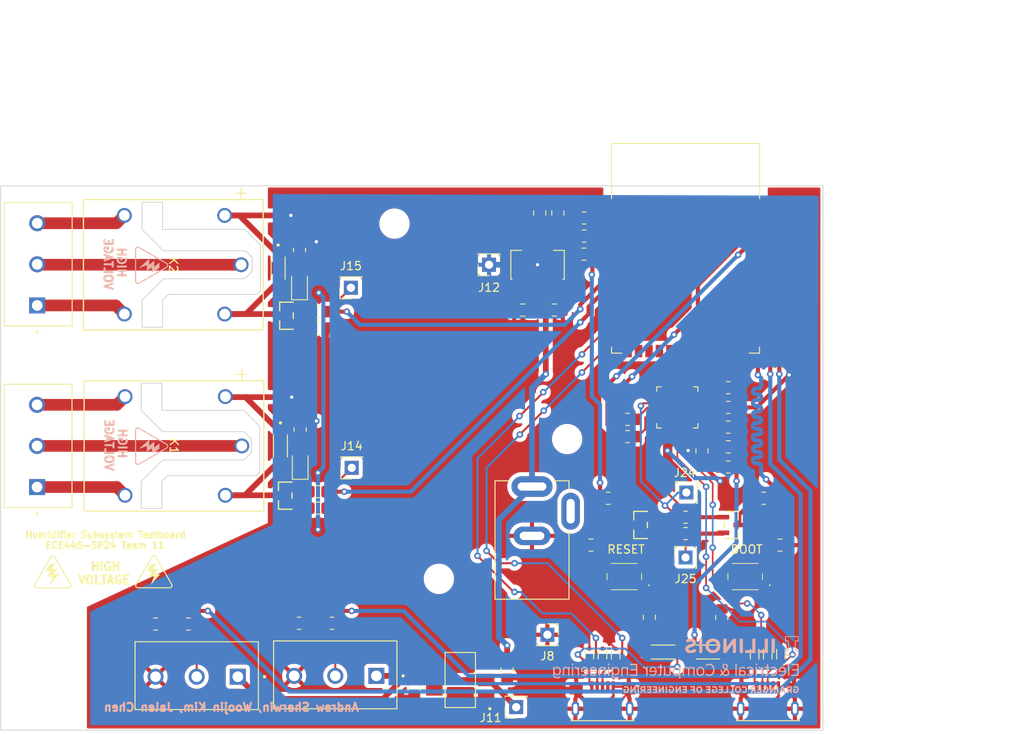
<source format=kicad_pcb>
(kicad_pcb (version 20221018) (generator pcbnew)
  (layers (0 "F.Cu" signal) (31 "B.Cu" signal) (34 "B.Paste" user) (35 "F.Paste" user) (36 "B.SilkS" user "B.Silkscreen") (37 "F.SilkS" user "F.Silkscreen") (38 "B.Mask" user) (39 "F.Mask" user) (44 "Edge.Cuts" user))
  (net 0 "")
  (net 1 "+12V")
  (net 2 "GND")
  (net 3 "+3.3V")
  (net 4 "Net-(C6-Pad1)")
  (net 5 "Net-(C7-Pad1)")
  (net 6 "Net-(U4-VBUS)")
  (net 7 "CHIP_PU")
  (net 8 "IO0")
  (net 9 "USB_DP")
  (net 10 "USB_DN")
  (net 11 "IO20")
  (net 12 "IO19")
  (net 13 "VBUS")
  (net 17 "Net-(U4-~{RST})")
  (net 18 "Net-(U4-~{SUSPEND})")
  (net 19 "Net-(U4-TXD)")
  (net 20 "U0RXD")
  (net 21 "Net-(U4-RXD)")
  (net 22 "U0TXD")
  (net 23 "DTR")
  (net 24 "Net-(U5-BASE)")
  (net 25 "RTS")
  (net 26 "Net-(U6-BASE)")
  (net 27 "Net-(U5-COLLECTOR)")
  (net 28 "Net-(U6-COLLECTOR)")
  (net 29 "ESP_3V3")
  (net 45 "+5V")
  (net 46 "Net-(D10-K)")
  (net 53 "Net-(D10-A)")
  (net 54 "Net-(D12-K)")
  (net 79 "Net-(D12-A)")
  (net 80 "Net-(J4-Pin_2)")
  (net 81 "Net-(J5-Pin_2)")
  (net 82 "Fan_B")
  (net 83 "COM_Main")
  (net 84 "Fan_A")
  (net 85 "Fan_B_DC")
  (net 86 "COM_Main_DC")
  (net 87 "Fan_A_DC")
  (net 88 "Relay_Signal_ACDC")
  (net 89 "Net-(U7-BASE)")
  (net 90 "Net-(U1-IO35)")
  (net 91 "Net-(U1-IO36)")
  (net 92 "Net-(U10-BASE)")
  (net 95 "Relay_Signal_DCDC")
  (footprint "ECE445:1935174" (layer "F.Cu") (at 91.9 115.15 180)
    (fp_text reference "J4" hide)
    (fp_text value "Water Level Sensor")
  )
  (footprint "Resistor_SMD:R_0805_2012Metric_Pad1.20x1.40mm_HandSolder" (layer "F.Cu") (at 119.95 90.3 180)
    (fp_text reference "R7" hide)
    (fp_text value "0" hide)
  )
  (footprint "ECE445:SOT-23_ONS" (layer "F.Cu") (at 121.5348 101.0475 90)
    (fp_text reference "U5" hide)
    (fp_text value "L8050QLT1G" hide)
  )
  (footprint "Capacitor_SMD:C_0805_2012Metric_Pad1.18x1.45mm_HandSolder" (layer "F.Cu") (at 129 92.0375 -90)
    (fp_text reference "C8" hide)
    (fp_text value "10uF" hide)
  )
  (footprint "Resistor_SMD:R_0805_2012Metric_Pad1.20x1.40mm_HandSolder" (layer "F.Cu") (at 132.2 89.15 180)
    (fp_text reference "R6" hide)
    (fp_text value "47500" hide)
  )
  (footprint "Connector_PinSocket_2.54mm:PinSocket_1x01_P2.54mm_Vertical" (layer "F.Cu") (at 127 105 90)
    (fp_text reference "J25")
    (fp_text value "Conn_01x01" hide)
  )
  (footprint "ECE445:SOT-23_ONS" (layer "F.Cu") (at 132.5652 101.0475 -90)
    (fp_text reference "U6" hide)
    (fp_text value "L8050QLT1G" hide)
  )
  (footprint "ECE445:1935174" (layer "F.Cu") (at 75.0475 115.25 180)
    (fp_text reference "J5" hide)
    (fp_text value "Water Level Sensor")
  )
  (footprint "ECE445:1N4148W-13-F" (layer "F.Cu") (at 77.450002 69.8 -90)
    (fp_text reference "D11" hide)
    (fp_text value "1N4148W-13-F" hide)
  )
  (footprint "ECE445:LDL1117S50R" (layer "F.Cu") (at 99.6 119.9 90)
    (fp_text reference "U3" hide)
    (fp_text value "LDL1117S50R" hide)
  )
  (footprint "Resistor_SMD:R_0805_2012Metric_Pad1.20x1.40mm_HandSolder" (layer "F.Cu") (at 114.665 63.71 180)
    (fp_text reference "R13" hide)
    (fp_text value "0" hide)
  )
  (footprint "ECE445:PTS815 SJG 250 SMTR LFS" (layer "F.Cu") (at 134.25 107.325 180)
    (fp_text reference "S1" hide)
    (fp_text value "PTS815_SJG_250_SMTR_LFS" hide)
  )
  (footprint "Capacitor_SMD:C_0805_2012Metric_Pad1.18x1.45mm_HandSolder" (layer "F.Cu") (at 111.04 74.91)
    (fp_text reference "C1" hide)
    (fp_text value "1uF" hide)
  )
  (footprint "Resistor_SMD:R_0805_2012Metric_Pad1.20x1.40mm_HandSolder" (layer "F.Cu") (at 82.3 99)
    (fp_text reference "R1" hide)
    (fp_text value "10000" hide)
  )
  (footprint "Capacitor_SMD:C_0805_2012Metric_Pad1.18x1.45mm_HandSolder" (layer "F.Cu") (at 114.6275 68.11 180)
    (fp_text reference "C10" hide)
    (fp_text value "1uF" hide)
  )
  (footprint "Capacitor_SMD:C_0805_2012Metric_Pad1.18x1.45mm_HandSolder" (layer "F.Cu") (at 107.2025 74.91 180)
    (fp_text reference "C2" hide)
    (fp_text value "4.7uF" hide)
  )
  (footprint "ECE445:LESD5D5_0CT1G" (layer "F.Cu") (at 138.6 116.76 -90)
    (fp_text reference "D1" hide)
    (fp_text value "LESD5D5.0CT1G" hide)
  )
  (footprint "Resistor_SMD:R_0805_2012Metric_Pad1.20x1.40mm_HandSolder" (layer "F.Cu") (at 62.5475 113.1 180)
    (fp_text reference "R18" hide)
    (fp_text value "200" hide)
  )
  (footprint "Resistor_SMD:R_0805_2012Metric_Pad1.20x1.40mm_HandSolder" (layer "F.Cu") (at 132.2 86.75 180)
    (fp_text reference "R3" hide)
    (fp_text value "1000" hide)
  )
  (footprint "ECE445:ElectricalHazard" (layer "F.Cu") (at 62.4 106.8)
    (fp_text reference "G***" hide)
    (fp_text value "LOGO" hide)
  )
  (footprint "ECE445:PTS815 SJG 250 SMTR LFS" (layer "F.Cu") (at 119.55 107.325 180)
    (fp_text reference "S2" hide)
    (fp_text value "PTS815_SJG_250_SMTR_LFS" hide)
  )
  (footprint "ECE445:G5LE-1 DC3" (layer "F.Cu") (at 56.532653 91.435 -90)
    (fp_text reference "K1")
    (fp_text value "G5LE-14 DC3")
  )
  (footprint "ECE445:ESP32-S3-WROOM-1-N8-SnapEDA" (layer "F.Cu") (at 127 67.4)
    (fp_text reference "U1" hide)
    (fp_text value "ESP32-S3-WROOM-1-N8" hide)
  )
  (footprint "Resistor_SMD:R_0805_2012Metric_Pad1.20x1.40mm_HandSolder" (layer "F.Cu") (at 127 100.1)
    (fp_text reference "R10" hide)
    (fp_text value "10000" hide)
  )
  (footprint "Capacitor_SMD:C_0805_2012Metric_Pad1.18x1.45mm_HandSolder" (layer "F.Cu") (at 109.265 63.11 90)
    (fp_text reference "C4" hide)
    (fp_text value "10uF" hide)
  )
  (footprint "Diode_SMD:D_0805_2012Metric_Pad1.15x1.40mm_HandSolder" (layer "F.Cu") (at 80.132654 93.635001 90)
    (fp_text reference "D10" hide)
    (fp_text value "LED" hide)
  )
  (footprint "ECE445:PJ-202AH" (layer "F.Cu") (at 108.325 102.875 -90)
    (fp_text reference "J1" hide)
    (fp_text value "PJ-202AH" hide)
  )
  (footprint "Resistor_SMD:R_0805_2012Metric_Pad1.20x1.40mm_HandSolder" (layer "F.Cu") (at 117.6 97.8 180)
    (fp_text reference "R11" hide)
    (fp_text value "0" hide)
  )
  (footprint "ECE445:LESD5D5_0CT1G" (layer "F.Cu") (at 118.5 116.76 -90)
    (fp_text reference "D3" hide)
    (fp_text value "LESD5D5.0CT1G" hide)
  )
  (footprint "ECE445:10118193-0001LF" (layer "F.Cu") (at 137 123.4)
    (fp_text reference "J2" hide)
    (fp_text value "10118193-0001LF" hide)
  )
  (footprint "ECE445:ElectricalHazard" (layer "F.Cu") (at 50.1 106.8)
    (fp_text reference "G***" hide)
    (fp_text value "LOGO" hide)
  )
  (footprint "ECE445:LDL1117S33R-SnapEDA" (layer "F.Cu") (at 109 69.4 90)
    (fp_text reference "U2" hide)
    (fp_text value "LDL1117S33R-SnapEDA" hide)
  )
  (footprint "ECE445:LESD5D5_0CT1G" (layer "F.Cu") (at 116.9 116.74 -90)
    (fp_text reference "D4" hide)
    (fp_text value "LESD5D5.0CT1G" hide)
  )
  (footprint "Capacitor_SMD:C_0805_2012Metric_Pad1.18x1.45mm_HandSolder" (layer "F.Cu") (at 115.5 103.5 180)
    (fp_text reference "C12" hide)
    (fp_text value "0.1uF" hide)
  )
  (footprint "Resistor_SMD:R_0805_2012Metric_Pad1.20x1.40mm_HandSolder" (layer "F.Cu") (at 127 102.1 180)
    (fp_text reference "R9" hide)
    (fp_text value "10000" hide)
  )
  (footprint "Capacitor_SMD:C_0805_2012Metric_Pad1.18x1.45mm_HandSolder" (layer "F.Cu") (at 111.465 63.11 90)
    (fp_text reference "C5" hide)
    (fp_text value "0.1uF" hide)
  )
  (footprint "Resistor_SMD:R_0805_2012Metric_Pad1.20x1.40mm_HandSolder" (layer "F.Cu") (at 80.132654 89.435001 90)
    (fp_text reference "R19" hide)
    (fp_text value "1000" hide)
  )
  (footprint "ECE445:1N4148W-13-F" (layer "F.Cu") (at 77.732654 91.435001 -90)
    (fp_text reference "D9" hide)
    (fp_text value "1N4148W-13-F" hide)
  )
  (footprint "Resistor_SMD:R_0805_2012Metric_Pad1.20x1.40mm_HandSolder" (layer "F.Cu") (at 132.2 94 180)
    (fp_text reference "R5" hide)
    (fp_text value "22100" hide)
  )
  (footprint "Connector_PinSocket_2.54mm:PinSocket_1x01_P2.54mm_Vertical" (layer "F.Cu") (at 86.4 94.1 180)
    (fp_text reference "J14")
    (fp_text value "Conn_01x01" hide)
  )
  (footprint "Resistor_SMD:R_0805_2012Metric_Pad1.20x1.40mm_HandSolder" (layer "F.Cu") (at 80 113 180)
    (fp_text reference "R17" hide)
    (fp_text value "200" hide)
  )
  (footprint "Resistor_SMD:R_0805_2012Metric_Pad1.20x1.40mm_HandSolder" (layer "F.Cu") (at 66.5475 113.1)
    (fp_text reference "R16" hide)
    (fp_text value "100" hide)
  )
  (footprint "Connector_PinSocket_2.54mm:PinSocket_1x01_P2.54mm_Vertical" (layer "F.Cu") (at 110.2 114.4)
    (fp_text reference "J8")
    (fp_text value "GND Test Probe" hide)
  )
  (footprint "Capacitor_SMD:C_0805_2012Metric_Pad1.18x1.45mm_HandSolder" (layer "F.Cu") (at 105.3 118.6625 -90)
    (fp_text reference "C3" hide)
    (fp_text value "1uF" hide)
  )
  (footprint "Capacitor_SMD:C_0805_2012Metric_Pad1.18x1.45mm_HandSolder" (layer "F.Cu") (at 94 120.9 -90)
    (fp_text reference "C13" hide)
    (fp_text value "4.7uF" hide)
  )
  (footprint "MountingHole:MountingHole_3.2mm_M3" (layer "F.Cu") (at 97 107.6)
    (fp_text reference "H4" hide)
    (fp_text value "MountingHole" hide)
  )
  (footprint "ECE445:CP2102N-A02-GQFN28" (layer "F.Cu") (at 126 86.75 90)
    (fp_text reference "U4" hide)
    (fp_text value "CP2102N-A02-GQFN28" hide)
  )
  (footprint "ECE445:10118193-0001LF" (layer "F.Cu") (at 116.9 123.4)
    (fp_text reference "J3" hide)
    (fp_text value "10118193-0001LF" hide)
  )
  (footprint "ECE445:MMBT2222LT1G" (layer "F.Cu") (at 78.466002 75.6 90)
    (fp_text reference "U10" hide)
    (fp_text value "MMBT2222LT1G" hide)
  )
  (footprint "ECE445:LESD5D5_0CT1G" (layer "F.Cu") (at 135.4 116.76 -90)
    (fp_text reference "D7" hide)
    (fp_text value "LESD5D5.0CT1G" hide)
  )
  (footprint "Connector_PinSocket_2.54mm:PinSocket_1x01_P2.54mm_Vertical" (layer "F.Cu") (at 106.4 123.2 180)
    (fp_text reference "J11")
    (fp_text value "Conn_01x01" hide)
  )
  (footprint "ECE445:MMBT2222LT1G" (layer "F.Cu") (at 78.316654 97.482501 90)
    (fp_text reference "U7" hide)
    (fp_text value "MMBT2222LT1G" hide)
  )
  (footprint "Diode_SMD:D_0805_2012Metric_Pad1.15x1.40mm_HandSolder" (layer "F.Cu") (at 80.050002 71.8 90)
    (fp_text reference "D12" hide)
    (fp_text value "LED" hide)
  )
  (footprint "ECE445:LESD5D5_0CT1G" (layer "F.Cu") (at 137 116.76 -90)
    (fp_text reference "D2" hide)
    (fp_text value "LESD5D5.0CT1G" hide)
  )
  (footprint "Resistor_SMD:R_0805_2012Metric_Pad1.20x1.40mm_HandSolder" (layer "F.Cu") (at 82.417348 75.1 180)
    (fp_text reference "R22" hide)
    (fp_text value "1000" hide)
  )
  (footprint "Resistor_SMD:R_0805_2012Metric_Pad1.20x1.40mm_HandSolder" (layer "F.Cu") (at 136.5 97.8)
    (fp_text reference "R12" hide)
    (fp_text value "0" hide)
  )
  (footprint "Connector_PinSocket_2.54mm:PinSocket_1x01_P2.54mm_Vertical" (layer "F.Cu") (at 127.1 97.1 90)
    (fp_text reference "J24")
    (fp_text value "Conn_01x01" hide)
  )
  (footprint "ECE445:1N5819HW-7-F" (layer "F.Cu") (at 129.72 116.5 180)
    (fp_text reference "D6" hide)
    (fp_text value "1N5819HW-7-F" hide)
  )
  (footprint "Resistor_SMD:R_0805_2012Metric_Pad1.20x1.40mm_HandSolder" (layer "F.Cu") (at 84 113)
    (fp_text reference "R15" hide)
    (fp_text value "100" hide)
  )
  (footprint "Resistor_SMD:R_0805_2012Metric_Pad1.20x1.40mm_HandSolder" (layer "F.Cu") (at 80.050002 67.6 90)
    (fp_text reference "R24" hide)
    (fp_text value "1000" hide)
  )
  (footprint "Capacitor_SMD:C_0805_2012Metric_Pad1.18x1.45mm_HandSolder" (layer "F.Cu") (at 132.2 91.55)
    (fp_text reference "C9" hide)
    (fp_text value "1uF" hide)
  )
  (footprint "Resistor_SMD:R_0805_2012Metric_Pad1.20x1.40mm_HandSolder" (layer "F.Cu") (at 119.95 88.2 180)
    (fp_text reference "R8" hide)
    (fp_text value "0" hide)
  )
  (footprint "Resistor_SMD:R_0805_2012Metric_Pad1.20x1.40mm_HandSolder" (layer "F.Cu") (at 82.4 77.1)
    (fp_text reference "R23" hide)
    (fp_text value "10000" hide)
  )
  (footprint "ECE445:1935174" (layer "F.Cu") (at 52.382654 98.935001 90)
    (fp_text reference "J6" hide)
    (fp_text value "1935174" hide)
  )
  (footprint "ECE445:LESD5D5_0CT1G" (layer "F.Cu") (at 115.3 116.74 -90)
    (fp_text reference "D8" hide)
    (fp_text value "LESD5D5.0CT1G" hide)
  )
  (footprint "ECE445:1935174" (layer "F.Cu") (at 52.400002 76.8475 90)
    (fp_text reference "J7" hide)
    (fp_text value "1935174" hide)
  )
  (footprint "Capacitor_SMD:C_0805_2012Metric_Pad1.18x1.45mm_HandSolder" (layer "F.Cu") (at 122.6 112.2625 90)
    (fp_text reference "C7" hide)
    (fp_text value "10uF" hide)
  )
  (footprint "ECE445:1N5819HW-7-F" (layer "F.Cu") (at 124.28 116.5)
    (fp_text reference "D5" hide)
    (fp_text value "1N5819HW-7-F" hide)
  )
  (footprint "ECE445:G5LE-1 DC3" (layer "F.Cu") (at 56.450002 69.4 -90)
    (fp_text reference "K2")
    (fp_text value "G5LE-14 DC3")
  )
  (footprint "Resistor_SMD:R_0805_2012Metric_Pad1.20x1.40mm_HandSolder" (layer "F.Cu") (at 82.3 97 180)
    (fp_text reference "R2" hide)
    (fp_text value "1000" hide)
  )
  (footprint "Capacitor_SMD:C_0805_2012Metric_Pad1.18x1.45mm_HandSolder" (layer "F.Cu") (at 138.5 103.5)
    (fp_text reference "C11" hide)
    (fp_text value "0.1uF" hide)
  )
  (footprint "MountingHole:MountingHole_3.2mm_M3" (layer "F.Cu") (at 49.2 117)
    (fp_text reference "H2" hide)
    (fp_text value "MountingHole" hide)
  )
  (footprint "MountingHole:MountingHole_3.2mm_M3" (layer "F.Cu") (at 91.6 64.4)
    (fp_text reference "H1" hide)
    (fp_text value "MountingHole" hide)
  )
  (footprint "Connector_PinSocket_2.54mm:PinSocket_1x01_P2.54mm_Vertical" (layer "F.Cu") (at 86.3 72.2 180)
    (fp_text reference "J15")
    (fp_text value "Conn_01x01" hide)
  )
  (footprint "Connector_PinSocket_2.54mm:PinSocket_1x01_P2.54mm_Vertical" (layer "F.Cu") (at 103.1 69.4 180)
    (fp_text reference "J12")
    (fp_text value "Conn_01x01" hide)
  )
  (footprint "MountingHole:MountingHole_3.2mm_M3" (layer "F.Cu") (at 112.6 90.6)
    (fp_text reference "H3" hide)
    (fp_text value "MountingHole" hide)
  )
  (footprint "Resistor_SMD:R_0805_2012Metric_Pad1.20x1.40mm_HandSolder" (layer "F.Cu") (at 132.2 84.35 180)
    (fp_text reference "R4" hide)
    (fp_text value "10000" hide)
  )
  (footprint "Resistor_SMD:R_0805_2012Metric_Pad1.20x1.40mm_HandSolder" (layer "F.Cu") (at 114.665 65.91)
    (fp_text reference "R14" hide)
    (fp_text value "10000" hide)
  )
  (footprint "Capacitor_SMD:C_0805_2012Metric_Pad1.18x1.45mm_HandSolder" (layer "F.Cu") (at 131.4 112.3 90)
    (fp_text reference "C6" hide)
    (fp_text value "10uF" hide)
  )
  (footprint "ECE445:ElectricalHazard" (layer "B.Cu") (at 62 69.4 90)
    (fp_text reference "G***" hide)
    (fp_text value "LOGO" hide)
  )
  (footprint "ECE445:ElectricalHazard" (layer "B.Cu") (at 62 91.4 90)
    (fp_text reference "G***" hide)
    (fp_text value "LOGO" hide)
  )
  (footprint "ECE445:IllinoisECENegative31mm" (layer "B.Cu") (at 125.8 118 180)
    (fp_text reference "" hide)
    (fp_text value "LOGO" hide)
  )
  (gr_line (start 73.3 87.1) (end 63.3 87.1) (stroke (width 0.1)) (layer "Edge.Cuts"))
  (gr_line (start 63.3 95.75) (end 64 95.05) (stroke (width 0.1)) (layer "Edge.Cuts"))
  (gr_line (start 60.9 73.7) (end 63.5 71.1) (stroke (width 0.1)) (layer "Edge.Cuts"))
  (gr_line (start 63.3 87.1) (end 63.3 83.8) (stroke (width 0.1)) (layer "Edge.Cuts"))
  (gr_line (start 63.4 65.1) (end 63.4 61.8) (stroke (width 0.1)) (layer "Edge.Cuts"))
  (gr_line (start 75.2 94.65) (end 74.8 95.05) (stroke (width 0.1)) (layer "Edge.Cuts"))
  (gr_line (start 63.5 67.7) (end 73.4 67.7) (stroke (width 0.1)) (layer "Edge.Cuts"))
  (gr_line (start 75.3 67) (end 75.3 72.6) (stroke (width 0.1)) (layer "Edge.Cuts"))
  (gr_line (start 63.4 61.8) (end 60.9 61.8) (stroke (width 0.1)) (layer "Edge.Cuts"))
  (gr_line (start 63.3 99.05) (end 60.8 99.05) (stroke (width 0.1)) (layer "Edge.Cuts"))
  (gr_line (start 60.8 83.8) (end 60.8 87.1) (stroke (width 0.1)) (layer "Edge.Cuts"))
  (gr_line (start 73.3 87.1) (end 75.2 89.05) (stroke (width 0.1)) (layer "Edge.Cuts"))
  (gr_line (start 63.5 71.1) (end 73.4 71.1) (stroke (width 0.1)) (layer "Edge.Cuts"))
  (gr_line (start 74.2 90.6) (end 74.2 90.75) (stroke (width 0.1)) (layer "Edge.Cuts"))
  (gr_line (start 64.1 73) (end 63.4 73.7) (stroke (width 0.1)) (layer "Edge.Cuts"))
  (gr_line (start 73.3 93.15) (end 74.2 92.25) (stroke (width 0.1)) (layer "Edge.Cuts"))
  (gr_line (start 60.9 65.1) (end 63.5 67.7) (stroke (width 0.1)) (layer "Edge.Cuts"))
  (gr_line (start 63.4 77) (end 60.9 77) (stroke (width 0.1)) (layer "Edge.Cuts"))
  (gr_line (start 63.4 89.7) (end 73.3 89.7) (stroke (width 0.1)) (layer "Edge.Cuts"))
  (gr_line (start 73.5 67.7) (end 73.4 67.7) (stroke (width 0.1)) (layer "Edge.Cuts"))
  (gr_line (start 73.4 65.1) (end 63.4 65.1) (stroke (width 0.1)) (layer "Edge.Cuts"))
  (gr_line (start 63.3 95.75) (end 63.3 99.05) (stroke (width 0.1)) (layer "Edge.Cuts"))
  (gr_line (start 74.2 92.25) (end 74.2 90.75) (stroke (width 0.1)) (layer "Edge.Cuts"))
  (gr_line (start 60.8 95.75) (end 63.4 93.15) (stroke (width 0.1)) (layer "Edge.Cuts"))
  (gr_line (start 63.4 73.7) (end 63.4 77) (stroke (width 0.1)) (layer "Edge.Cuts"))
  (gr_line (start 73.4 71.1) (end 74.3 70.2) (stroke (width 0.1)) (layer "Edge.Cuts"))
  (gr_line (start 74.3 70.2) (end 74.3 68.5) (stroke (width 0.1)) (layer "Edge.Cuts"))
  (gr_line (start 74.9 73) (end 64.1 73) (stroke (width 0.1)) (layer "Edge.Cuts"))
  (gr_line (start 75.2 89.05) (end 75.2 94.65) (stroke (width 0.1)) (layer "Edge.Cuts"))
  (gr_line (start 63.4 93.15) (end 73.3 93.15) (stroke (width 0.1)) (layer "Edge.Cuts"))
  (gr_line (start 75.3 72.6) (end 74.9 73) (stroke (width 0.1)) (layer "Edge.Cuts"))
  (gr_line (start 60.9 61.8) (end 60.9 65.1) (stroke (width 0.1)) (layer "Edge.Cuts"))
  (gr_line (start 63.3 83.8) (end 60.8 83.8) (stroke (width 0.1)) (layer "Edge.Cuts"))
  (gr_line (start 60.8 87.1) (end 63.4 89.7) (stroke (width 0.1)) (layer "Edge.Cuts"))
  (gr_line (start 60.9 77) (end 60.9 73.7) (stroke (width 0.1)) (layer "Edge.Cuts"))
  (gr_rect (start 43.7 59.8) (end 143.7 126) (stroke (width 0.1)) (fill none) (layer "Edge.Cuts"))
  (gr_line (start 73.3 89.7) (end 74.2 90.6) (stroke (width 0.1)) (layer "Edge.Cuts"))
  (gr_line (start 74.3 68.5) (end 73.5 67.7) (stroke (width 0.1)) (layer "Edge.Cuts"))
  (gr_line (start 75.3 67) (end 73.4 65.1) (stroke (width 0.1)) (layer "Edge.Cuts"))
  (gr_line (start 60.8 99.05) (end 60.8 95.75) (stroke (width 0.1)) (layer "Edge.Cuts"))
  (gr_line (start 74.8 95.05) (end 64 95.05) (stroke (width 0.1)) (layer "Edge.Cuts"))
  (gr_text "  HIGH\nVOLTAGE" (at 56.3 94.6 270) (layer "B.SilkS") (effects (font (size 1 1) (thickness 0.25) bold) (justify left bottom mirror)))
  (gr_text "Andrew Sherwin, Woojin Kim, Jalen Chen" (at 87.4 123.8) (layer "B.SilkS") (effects (font (size 1 1) (thickness 0.25) bold) (justify left bottom mirror)))
  (gr_text "  HIGH\nVOLTAGE" (at 56.2 72.6 270) (layer "B.SilkS") (effects (font (size 1 1) (thickness 0.25) bold) (justify left bottom mirror)))
  (gr_text "Humidifier Subsystem Testboard\n    ECE445-SP24 Team 11" (at 46.6 104) (layer "F.SilkS") (effects (font (size 0.8 0.8) (thickness 0.2) bold) (justify left bottom)))
  (gr_text "BOOT" (at 132.4 104.6) (layer "F.SilkS") (effects (font (size 1 1)) (justify left bottom)))
  (gr_text "RESET" (at 117.4 104.6) (layer "F.SilkS") (effects (font (size 1 1)) (justify left bottom)))
  (gr_text "  HIGH\nVOLTAGE" (at 53 108.3) (layer "F.SilkS") (effects (font (size 1 1) (thickness 0.25) bold) (justify left bottom)))
  (segment (start 110.0025 82.6975) (end 110 82.7) (width 0.7) (layer "F.Cu") (net 1))
  (segment (start 102.775 117.625) (end 102.75 117.6) (width 0.7) (layer "F.Cu") (net 1))
  (segment (start 110.0025 74.91) (end 110.0025 73.7125) (width 0.7) (layer "F.Cu") (net 1))
  (segment (start 105.3 115.7) (end 105.3 117.625) (width 0.7) (layer "F.Cu") (net 1))
  (segment (start 110.0025 74.91) (end 110.0025 82.6975) (width 0.7) (layer "F.Cu") (net 1))
  (segment (start 110.0025 73.7125) (end 111.3 72.415) (width 0.7) (layer "F.Cu") (net 1))
  (segment (start 105.3 117.625) (end 102.775 117.625) (width 0.7) (layer "F.Cu") (net 1))
  (via (at 110 82.7) (size 0.8) (drill 0.4) (layers "F.Cu" "B.Cu") (net 1))
  (via (at 105.3 115.7) (size 0.8) (drill 0.4) (layers "F.Cu" "B.Cu") (net 1))
  (segment (start 104.3 100.4) (end 104.3 114.7) (width 0.7) (layer "B.Cu") (net 1))
  (segment (start 110 82.7) (end 108.325 84.375) (width 0.7) (layer "B.Cu") (net 1))
  (segment (start 104.3 114.7) (end 105.3 115.7) (width 0.7) (layer "B.Cu") (net 1))
  (segment (start 108.325 96.375) (end 104.3 100.4) (width 0.7) (layer "B.Cu") (net 1))
  (segment (start 108.325 84.375) (end 108.325 96.375) (width 0.7) (layer "B.Cu") (net 1))
  (segment (start 118.2 123.3) (end 118.1 123.4) (width 0.25) (layer "F.Cu") (net 2))
  (segment (start 129 93.6625) (end 129 93.075) (width 0.5) (layer "F.Cu") (net 2))
  (segment (start 139.975 120.725) (end 140.2 120.95) (width 0.25) (layer "F.Cu") (net 2))
  (segment (start 81.25 73.95) (end 80.179502 73.95) (width 0.5) (layer "F.Cu") (net 2))
  (segment (start 126.9 68.46) (end 126.9 71.26) (width 0.7) (layer "F.Cu") (net 2))
  (segment (start 138.2 122.95) (end 138.2 123.4) (width 0.25) (layer "F.Cu") (net 2))
  (segment (start 113.6 68.12) (end 113.59 68.11) (width 0.5) (layer "F.Cu") (net 2))
  (segment (start 124.1 68.46) (end 126.9 68.46) (width 0.7) (layer "F.Cu") (net 2))
  (segment (start 116.9 116.08) (end 118.48 116.08) (width 0.25) (layer "F.Cu") (net 2))
  (segment (start 118.25 62.14) (end 119.5 62.14) (width 0.5) (layer "F.Cu") (net 2))
  (segment (start 138.3 123.3) (end 138.2 123.4) (width 0.25) (layer "F.Cu") (net 2))
  (segment (start 82.4 72.8) (end 81.25 73.95) (width 0.5) (layer "F.Cu") (net 2))
  (segment (start 119.875 120.725) (end 120.1 120.95) (width 0.25) (layer "F.Cu") (net 2))
  (segment (start 131.0375 95.7) (end 129 93.6625) (width 0.5) (layer "F.Cu") (net 2))
  (segment (start 120.1 121.4) (end 118.1 123.4) (width 0.25) (layer "F.Cu") (net 2))
  (segment (start 116.1 113.7) (end 118.5 116.1) (width 0.25) (layer "F.Cu") (net 2))
  (segment (start 113.6 123.4) (end 115.7 123.4) (width 0.5) (layer "F.Cu") (net 2))
  (segment (start 113.7 120.95) (end 113.7 121.4) (width 0.5) (layer "F.Cu") (net 2))
  (segment (start 133.8 120.95) (end 133.8 121.4) (width 0.5) (layer "F.Cu") (net 2))
  (segment (start 119.5 62.14) (end 124.1 66.74) (width 0.5) (layer "F.Cu") (net 2))
  (segment (start 115.7 123.4) (end 118.1 123.4) (width 0.5) (layer "F.Cu") (net 2))
  (segment (start 125.5 89.11) (end 125.5 87.25) (width 0.25) (layer "F.Cu") (net 2))
  (segment (start 125.5 87.25) (end 126 86.75) (width 0.25) (layer "F.Cu") (net 2))
  (segment (start 120.1 120.95) (end 120.1 121.4) (width 0.25) (layer "F.Cu") (net 2))
  (segment (start 133.7 123.4) (end 135.8 123.4) (width 0.5) (layer "F.Cu") (net 2))
  (segment (start 113.59 68.11) (end 113.59 73.3975) (width 0.5) (layer "F.Cu") (net 2))
  (segment (start 135.75 62.14) (end 133.22 62.14) (width 0.5) (layer "F.Cu") (net 2))
  (segment (start 80.177654 95.685001) (end 79.332654 96.530001) (width 0.5) (layer "F.Cu") (net 2))
  (segment (start 124.1 68.46) (end 124.1 71.26) (width 0.7) (layer "F.Cu") (net 2))
  (segment (start 138.3 120.725) (end 138.3 123.3) (width 0.25) (layer "F.Cu") (net 2))
  (segment (start 115.3 114.3) (end 115.9 113.7) (width 0.25) (layer "F.Cu") (net 2))
  (segment (start 126.9 68.46) (end 124.1 71.26) (width 0.7) (layer "F.Cu") (net 2))
  (segment (start 135.8 123.4) (end 138.2 123.4) (width 0.5) (layer "F.Cu") (net 2))
  (segment (start 124.1 71.26) (end 126.9 71.26) (width 0.7) (layer "F.Cu") (net 2))
  (segment (start 80.179502 73.95) (end 79.482002 74.6475) (width 0.5) (layer "F.Cu") (net 2))
  (segment (start 113.7 121.4) (end 115.7 123.4) (width 0.5) (layer "F.Cu") (net 2))
  (segment (start 133.22 62.14) (end 126.9 68.46) (width 0.5) (layer "F.Cu") (net 2))
  (segment (start 125.5 91.3) (end 125.5 89.11) (width 0.25) (layer "F.Cu") (net 2))
  (segment (start 115.9 113.7) (end 116.1 113.7) (width 0.25) (layer "F.Cu") (net 2))
  (segment (start 124.8 92) (end 125.5 91.3) (width 0.25) (layer "F.Cu") (net 2))
  (segment (start 131.2 95.7) (end 131.0375 95.7) (width 0.5) (layer "F.Cu") (net 2))
  (segment (start 81.314999 95.685001) (end 80.177654 95.685001) (width 0.5) (layer "F.Cu") (net 2))
  (segment (start 133.8 121.4) (end 135.8 123.4) (width 0.5) (layer "F.Cu") (net 2))
  (segment (start 140.2 120.95) (end 138.2 122.95) (width 0.25) (layer "F.Cu") (net 2))
  (segment (start 113.59 73.3975) (end 112.0775 74.91) (width 0.5) (layer "F.Cu") (net 2))
  (segment (start 124.1 66.74) (end 124.1 68.46) (width 0.5) (layer "F.Cu") (net 2))
  (segment (start 124.1 68.46) (end 126.9 71.26) (width 0.7) (layer "F.Cu") (net 2))
  (segment (start 140.3 123.4) (end 138.2 123.4) (width 0.5) (layer "F.Cu") (net 2))
  (segment (start 118.48 116.08) (end 118.5 116.1) (width 0.25) (layer "F.Cu") (net 2))
  (segment (start 118.2 120.725) (end 118.2 123.3) (width 0.25) (layer "F.Cu") (net 2))
  (segment (start 115.3 116.08) (end 115.3 114.3) (width 0.25) (layer "F.Cu") (net 2))
  (segment (start 118.1 123.4) (end 120.2 123.4) (width 0.25) (layer "F.Cu") (net 2))
  (segment (start 82.3 94.7) (end 81.314999 95.685001) (width 0.5) (layer "F.Cu") (net 2))
  (segment (start 118.2 120.725) (end 119.875 120.725) (width 0.25) (layer "F.Cu") (net 2))
  (segment (start 138.3 120.725) (end 139.975 120.725) (width 0.25) (layer "F.Cu") (net 2))
  (via (at 82.4 72.8) (size 0.8) (drill 0.4) (layers "F.Cu" "B.Cu") (net 2))
  (via (at 82.3 94.7) (size 0.8) (drill 0.4) (layers "F.Cu" "B.Cu") (net 2))
  (via (at 82.3 101.6) (size 0.8) (drill 0.4) (layers "F.Cu" "B.Cu") (net 2))
  (via (at 131.2 95.7) (size 0.8) (drill 0.4) (layers "F.Cu" "B.Cu") (net 2))
  (via (at 124.8 92) (size 0.8) (drill 0.4) (layers "F.Cu" "B.Cu") (net 2))
  (segment (start 82.3 94.7) (end 82.3 101.6) (width 0.5) (layer "B.Cu") (net 2))
  (segment (start 82.95 73.35) (end 82.4 72.8) (width 0.5) (layer "B.Cu") (net 2))
  (segment (start 131.2 95.7) (end 130.847918 95.347918) (width 0.5) (layer "B.Cu") (net 2))
  (segment (start 82.3 94.7) (end 82.95 94.05) (width 0.5) (layer "B.Cu") (net 2))
  (segment (start 128.147918 95.347918) (end 124.8 92) (width 0.5) (layer "B.Cu") (net 2))
  (segment (start 130.847918 95.347918) (end 128.147918 95.347918) (width 0.5) (layer "B.Cu") (net 2))
  (segment (start 82.95 94.05) (end 82.95 73.35) (width 0.5) (layer "B.Cu") (net 2))
  (segment (start 70.949998 63.400001) (end 72.730003 63.400001) (width 0.7) (layer "F.Cu") (net 3))
  (segment (start 129 90.61) (end 127.5 89.11) (width 0.25) (layer "F.Cu") (net 3))
  (segment (start 82.1 88.4) (end 80.167655 88.4) (width 0.7) (layer "F.Cu") (net 3))
  (segment (start 109 64.4125) (end 109.265 64.1475) (width 0.7) (layer "F.Cu") (net 3))
  (segment (start 70.949998 63.400001) (end 79 63.4) (width 0.7) (layer "F.Cu") (net 3))
  (segment (start 77.732654 89.755001) (end 73.5 85.522347) (width 0.7) (layer "F.Cu") (net 3))
  (segment (start 80.167655 88.4) (end 80.132654 88.435001) (width 0.7) (layer "F.Cu") (net 3))
  (segment (start 72.730003 63.400001) (end 77.450002 68.12) (width 0.7) (layer "F.Cu") (net 3))
  (segment (start 128.0085 91.9915) (end 129 91) (width 0.5) (layer "F.Cu") (net 3))
  (segment (start 109 72.415) (end 109 69.4) (width 0.7) (layer "F.Cu") (net 3))
  (segment (start 108.24 73.175) (end 109 72.415) (width 0.7) (layer "F.Cu") (net 3))
  (segment (start 127 90.4) (end 127 89.11) (width 0.25) (layer "F.Cu") (net 3))
  (segment (start 127.6 91) (end 129 91) (width 0.25) (layer "F.Cu") (net 3))
  (segment (start 133.25 86.8) (end 133.2 86.75) (width 0.5) (layer "F.Cu") (net 3))
  (segment (start 109 66.385) (end 109 64.4125) (width 0.7) (layer "F.Cu") (net 3))
  (segment (start 108.24 74.91) (end 108.24 73.175) (width 0.7) (layer "F.Cu") (net 3))
  (segment (start 82.1 66.6) (end 80.050002 66.6) (width 0.7) (layer "F.Cu") (net 3))
  (segment (start 127.3085 91.9915) (end 128.0085 91.9915) (width 0.5) (layer "F.Cu") (net 3))
  (segment (start 109.265 64.1475) (end 111.465 64.1475) (width 0.7) (layer "F.Cu") (net 3))
  (segment (start 73.5 85.500001) (end 79.1 85.5) (width 0.7) (layer "F.Cu") (net 3))
  (segment (start 135.65 86.75) (end 139.6 82.8) (width 0.5) (layer "F.Cu") (net 3))
  (segment (start 129 91) (end 129 90.61) (width 0.25) (layer "F.Cu") (net 3))
  (segment (start 71.049998 85.500001) (end 73.5 85.500001) (width 0.7) (layer "F.Cu") (net 3))
  (segment (start 133.2 86.75) (end 135.65 86.75) (width 0.5) (layer "F.Cu") (net 3))
  (segment (start 111.465 64.1475) (end 113.2275 64.1475) (width 0.7) (layer "F.Cu") (net 3))
  (segment (start 73.5 85.522347) (end 73.5 85.500001) (width 0.7) (layer "F.Cu") (net 3))
  (segment (start 127.6 91) (end 127 90.4) (width 0.25) (layer "F.Cu") (net 3))
  (segment (start 113.2275 64.1475) (end 113.665 63.71) (width 0.7) (layer "F.Cu") (net 3))
  (segment (start 109 66.385) (end 109 69.4) (width 0.7) (layer "F.Cu") (net 3))
  (via (at 79 63.4) (size 0.8) (drill 0.4) (layers "F.Cu" "B.Cu") (net 3))
  (via (at 127.3085 91.9915) (size 0.8) (drill 0.4) (layers "F.Cu" "B.Cu") (net 3))
  (via (at 82.1 88.4) (size 0.8) (drill 0.4) (layers "F.Cu" "B.Cu") (net 3))
  (via (at 82.1 66.6) (size 0.8) (drill 0.4) (layers "F.Cu" "B.Cu") (net 3))
  (via (at 79.1 85.5) (size 0.8) (drill 0.4) (layers "F.Cu" "B.Cu") (net 3))
  (via (at 109 69.4) (size 0.8) (drill 0.4) (layers "F.Cu" "B.Cu") (net 3))
  (via (at 139.6 82.8) (size 0.8) (drill 0.4) (layers "F.Cu" "B.Cu") (net 3))
  (segment (start 109 69.4) (end 103.1 69.4) (width 0.7) (layer "B.Cu") (net 3))
  (segment (start 131.4 116.5) (end 131.4 113.3375) (width 0.25) (layer "F.Cu") (net 4))
  (segment (start 122.6 116.5) (end 122.6 113.3) (width 0.25) (layer "F.Cu") (net 5))
  (segment (start 131.2 91.5875) (end 131.1625 91.55) (width 0.5) (layer "F.Cu") (net 6))
  (segment (start 131.2 94) (end 131.2 91.5875) (width 0.5) (layer "F.Cu") (net 6))
  (segment (start 131.1625 89.1875) (end 131.2 89.15) (width 0.5) (layer "F.Cu") (net 6))
  (segment (start 130.3 88.25) (end 131.2 89.15) (width 0.25) (layer "F.Cu") (net 6))
  (segment (start 128.36 88.25) (end 130.3 88.25) (width 0.25) (layer "F.Cu") (net 6))
  (segment (start 131.1625 91.55) (end 131.1625 89.1875) (width 0.5) (layer "F.Cu") (net 6))
  (segment (start 115.665 65.91) (end 116.895 64.68) (width 0.5) (layer "F.Cu") (net 7))
  (segment (start 115.665 68.11) (end 115.665 65.91) (width 0.5) (layer "F.Cu") (net 7))
  (segment (start 116.895 64.68) (end 118.25 64.68) (width 0.5) (layer "F.Cu") (net 7))
  (segment (start 115.665 68.11) (end 115.665 70.535) (width 0.5) (layer "F.Cu") (net 7))
  (segment (start 117.3 104.2625) (end 116.5375 103.5) (width 0.5) (layer "F.Cu") (net 7))
  (segment (start 116.5375 97.8625) (end 116.6 97.8) (width 0.5) (layer "F.Cu") (net 7))
  (segment (start 115.665 70.535) (end 115.6 70.6) (width 0.5) (layer "F.Cu") (net 7))
  (segment (start 116.6 97.8) (end 116.6 95.9) (width 0.5) (layer "F.Cu") (net 7))
  (segment (start 117.3 106.25) (end 117.3 104.2625) (width 0.5) (layer "F.Cu") (net 7))
  (segment (start 116.5375 103.5) (end 116.5375 97.8625) (width 0.5) (layer "F.Cu") (net 7))
  (via (at 116.6 95.9) (size 0.8) (drill 0.4) (layers "F.Cu" "B.Cu") (net 7))
  (via (at 115.6 70.6) (size 0.8) (drill 0.4) (layers "F.Cu" "B.Cu") (net 7))
  (segment (start 116.6 95.9) (end 116.6 86.4) (width 0.5) (layer "B.Cu") (net 7))
  (segment (start 115.6 85.4) (end 115.6 70.6) (width 0.5) (layer "B.Cu") (net 7))
  (segment (start 116.6 86.4) (end 115.6 85.4) (width 0.5) (layer "B.Cu") (net 7))
  (segment (start 137.5 96.2) (end 136.8 95.5) (width 0.5) (layer "F.Cu") (net 8))
  (segment (start 136.25 80.05) (end 136.15 80.05) (width 0.5) (layer "F.Cu") (net 8))
  (segment (start 137.5 97.8) (end 137.5 96.2) (width 0.5) (layer "F.Cu") (net 8))
  (segment (start 137.4625 103.5) (end 137.4625 97.8375) (width 0.5) (layer "F.Cu") (net 8))
  (segment (start 135.8 78.7) (end 135.75 78.65) (width 0.5) (layer "F.Cu") (net 8))
  (segment (start 136.15 80.05) (end 135.25 80.05) (width 0.5) (layer "F.Cu") (net 8))
  (segment (start 132 106.25) (end 134.7125 106.25) (width 0.5) (layer "F.Cu") (net 8))
  (segment (start 137.4625 97.8375) (end 137.5 97.8) (width 0.5) (layer "F.Cu") (net 8))
  (segment (start 135.25 79.35) (end 135.45 79.35) (width 0.5) (layer "F.Cu") (net 8))
  (segment (start 135.8 79) (end 135.8 78.7) (width 0.5) (layer "F.Cu") (net 8))
  (segment (start 135.8 82.8) (end 135.8 81.1) (width 0.5) (layer "F.Cu") (net 8))
  (segment (start 134.7125 106.25) (end 137.4625 103.5) (width 0.5) (layer "F.Cu") (net 8))
  (segment (start 136.15 80.75) (end 136.25 80.75) (width 0.5) (layer "F.Cu") (net 8))
  (via (at 135.8 82.8) (size 0.8) (drill 0.4) (layers "F.Cu" "B.Cu") (net 8))
  (via (at 136.8 95.5) (size 0.8) (drill 0.4) (layers "F.Cu" "B.Cu") (net 8))
  (arc (start 136.6 80.4) (mid 136.497487 80.152513) (end 136.25 80.05) (width 0.5) (layer "F.Cu") (net 8))
  (arc (start 135.8 81.1) (mid 135.902513 80.852513) (end 136.15 80.75) (width 0.5) (layer "F.Cu") (net 8))
  (arc (start 135.25 80.05) (mid 135.002513 79.947487) (end 134.9 79.7) (width 0.5) (layer "F.Cu") (net 8))
  (arc (start 135.45 79.35) (mid 135.697487 79.247487) (end 135.8 79) (width 0.5) (layer "F.Cu") (net 8))
  (arc (start 134.9 79.7) (mid 135.002513 79.452513) (end 135.25 79.35) (width 0.5) (layer "F.Cu") (net 8))
  (arc (start 136.25 80.75) (mid 136.497487 80.647487) (end 136.6 80.4) (width 0.5) (layer "F.Cu") (net 8))
  (segment (start 135.55 92.85) (end 135.85 92.85) (width 0.5) (layer "B.Cu") (net 8))
  (segment (start 135.85 93.55) (end 135.55 93.55) (width 0.5) (layer "B.Cu") (net 8))
  (segment (start 136.2 94.9) (end 136.2 93.9) (width 0.5) (layer "B.Cu") (net 8))
  (segment (start 136.2 84.1) (end 136.2 83.35) (width 0.5) (layer "B.Cu") (net 8))
  (segment (start 135.85 92.15) (end 135.55 92.15) (width 0.5) (layer "B.Cu") (net 8))
  (segment (start 135.55 91.45) (end 135.85 91.45) (width 0.5) (layer "B.Cu") (net 8))
  (segment (start 135.55 88.65) (end 135.85 88.65) (width 0.5) (layer "B.Cu") (net 8))
  (segment (start 135.55 84.45) (end 135.85 84.45) (width 0.5) (layer "B.Cu") (net 8))
  (segment (start 135.85 89.35) (end 135.55 89.35) (width 0.5) (layer "B.Cu") (net 8))
  (segment (start 136.2 83.2) (end 135.8 82.8) (width 0.5) (layer "B.Cu") (net 8))
  (segment (start 135.85 85.15) (end 135.55 85.15) (width 0.5) (layer "B.Cu") (net 8))
  (segment (start 136.2 83.35) (end 136.2 83.2) (width 0.5) (layer "B.Cu") (net 8))
  (segment (start 135.85 90.75) (end 135.55 90.75) (width 0.5) (layer "B.Cu") (net 8))
  (segment (start 135.85 86.55) (end 135.55 86.55) (width 0.5) (layer "B.Cu") (net 8))
  (segment (start 135.85 87.95) (end 135.55 87.95) (width 0.5) (layer "B.Cu") (net 8))
  (segment (start 135.55 90.05) (end 135.85 90.05) (width 0.5) (layer "B.Cu") (net 8))
  (segment (start 136.8 95.5) (end 136.2 94.9) (width 0.5) (layer "B.Cu") (net 8))
  (segment (start 135.55 85.85) (end 135.85 85.85) (width 0.5) (layer "B.Cu") (net 8))
  (segment (start 135.55 87.25) (end 135.85 87.25) (width 0.5) (layer "B.Cu") (net 8))
  (arc (start 135.55 92.15) (mid 135.302513 92.047487) (end 135.2 91.8) (width 0.5) (layer "B.Cu") (net 8))
  (arc (start 135.2 84.8) (mid 135.302513 84.552513) (end 135.55 84.45) (width 0.5) (layer "B.Cu") (net 8))
  (arc (start 135.85 85.85) (mid 136.097487 85.747487) (end 136.2 85.5) (width 0.5) (layer "B.Cu") (net 8))
  (arc (start 135.2 93.2) (mid 135.302513 92.952513) (end 135.55 92.85) (width 0.5) (layer "B.Cu") (net 8))
  (arc (start 135.55 90.75) (mid 135.302513 90.647487) (end 135.2 90.4) (width 0.5) (layer "B.Cu") (net 8))
  (arc (start 135.55 89.35) (mid 135.302513 89.247487) (end 135.2 89) (width 0.5) (layer "B.Cu") (net 8))
  (arc (start 135.85 91.45) (mid 136.097487 91.347487) (end 136.2 91.1) (width 0.5) (layer "B.Cu") (net 8))
  (arc (start 136.2 89.7) (mid 136.097487 89.452513) (end 135.85 89.35) (width 0.5) (layer "B.Cu") (net 8))
  (arc (start 135.55 85.15) (mid 135.302513 85.047487) (end 135.2 84.8) (width 0.5) (layer "B.Cu") (net 8))
  (arc (start 135.2 91.8) (mid 135.302513 91.552513) (end 135.55 91.45) (width 0.5) (layer "B.Cu") (net 8))
  (arc (start 136.2 88.3) (mid 136.097487 88.052513) (end 135.85 87.95) (width 0.5) (layer "B.Cu") (net 8))
  (arc (start 135.55 87.95) (mid 135.302513 87.847487) (end 135.2 87.6) (width 0.5) (layer "B.Cu") (net 8))
  (arc (start 135.55 93.55) (mid 135.302513 93.447487) (end 135.2 93.2) (width 0.5) (layer "B.Cu") (net 8))
  (arc (start 136.2 93.9) (mid 136.097487 93.652513) (end 135.85 93.55) (width 0.5) (layer "B.Cu") (net 8))
  (arc (start 135.85 90.05) (mid 136.097487 89.947487) (end 136.2 89.7) (width 0.5) (layer "B.Cu") (net 8))
  (arc (start 135.2 89) (mid 135.302513 88.752513) (end 135.55 88.65) (width 0.5) (layer "B.Cu") (net 8))
  (arc (start 135.85 87.25) (mid 136.097487 87.147487) (end 136.2 86.9) (width 0.5) (layer "B.Cu") (net 8))
  (arc (start 135.2 90.4) (mid 135.302513 90.152513) (end 135.55 90.05) (width 0.5) (layer "B.Cu") (net 8))
  (arc (start 135.2 86.2) (mid 135.302513 85.952513) (end 135.55 85.85) (width 0.5) (layer "B.Cu") (net 8))
  (arc (start 135.2 87.6) (mid 135.302513 87.352513) (end 135.55 87.25) (width 0.5) (layer "B.Cu") (net 8))
  (arc (start 136.2 91.1) (mid 136.097487 90.852513) (end 135.85 90.75) (width 0.5) (layer "B.Cu") (net 8))
  (arc (start 135.85 92.85) (mid 136.097487 92.747487) (end 136.2 92.5) (width 0.5) (layer "B.Cu") (net 8))
  (arc (start 135.55 86.55) (mid 135.302513 86.447487) (end 135.2 86.2) (width 0.5) (layer "B.Cu") (net 8))
  (arc (start 135.85 84.45) (mid 136.097487 84.347487) (end 136.2 84.1) (width 0.5) (layer "B.Cu") (net 8))
  (arc (start 135.85 88.65) (mid 136.097487 88.547487) (end 136.2 88.3) (width 0.5) (layer "B.Cu") (net 8))
  (arc (start 136.2 86.9) (mid 136.097487 86.652513) (end 135.85 86.55) (width 0.5) (layer "B.Cu") (net 8))
  (arc (start 136.2 92.5) (mid 136.097487 92.252513) (end 135.85 92.15) (width 0.5) (layer "B.Cu") (net 8))
  (arc (start 136.2 85.5) (mid 136.097487 85.252513) (end 135.85 85.15) (width 0.5) (layer "B.Cu") (net 8))
  (segment (start 126 89.11) (end 126 92.9) (width 0.2) (layer "F.Cu") (net 9))
  (segment (start 138.6 117.46) (end 137 119.06) (width 0.2) (layer "F.Cu") (net 9))
  (segment (start 137 119.06) (end 137 120.725) (width 0.2) (layer "F.Cu") (net 9))
  (segment (start 129.5 104.9) (end 129.5 108.7) (width 0.2) (layer "F.Cu") (net 9))
  (segment (start 139.38 117.42) (end 140 116.8) (width 0.2) (layer "F.Cu") (net 9))
  (segment (start 126 92.9) (end 129.5 96.4) (width 0.2) (layer "F.Cu") (net 9))
  (segment (start 138.6 117.42) (end 138.6 117.46) (width 0.2) (layer "F.Cu") (net 9))
  (segment (start 138.6 117.42) (end 139.38 117.42) (width 0.2) (layer "F.Cu") (net 9))
  (via (at 140 116.8) (size 0.8) (drill 0.4) (layers "F.Cu" "B.Cu") (net 9))
  (via (at 129.5 104.9) (size 0.8) (drill 0.4) (layers "F.Cu" "B.Cu") (net 9))
  (via (at 129.5 96.4) (size 0.8) (drill 0.4) (layers "F.Cu" "B.Cu") (net 9))
  (via (at 129.5 108.7) (size 0.8) (drill 0.4) (layers "F.Cu" "B.Cu") (net 9))
  (segment (start 136.8 112.8) (end 136.5 112.8) (width 0.2) (layer "B.Cu") (net 9))
  (segment (start 140 116) (end 140 116.8) (width 0.2) (layer "B.Cu") (net 9))
  (segment (start 137.8 113.8) (end 140 116) (width 0.2) (layer "B.Cu") (net 9))
  (segment (start 137.8 113.8) (end 136.8 112.8) (width 0.2) (layer "B.Cu") (net 9))
  (segment (start 129.5 96.4) (end 129.5 104.9) (width 0.2) (layer "B.Cu") (net 9))
  (segment (start 129.5 108.7) (end 133.6 112.8) (width 0.2) (layer "B.Cu") (net 9))
  (segment (start 133.6 112.8) (end 136.5 112.8) (width 0.2) (layer "B.Cu") (net 9))
  (segment (start 132.75 110.6) (end 134.5 110.6) (width 0.2) (layer "F.Cu") (net 10))
  (segment (start 137 117.42) (end 136.35 118.07) (width 0.2) (layer "F.Cu") (net 10))
  (segment (start 126.5 89.11) (end 126.5 92.172244) (width 0.2) (layer "F.Cu") (net 10))
  (segment (start 136.2 116.62) (end 137 117.42) (width 0.2) (layer "F.Cu") (net 10))
  (segment (start 136.2 112) (end 136.2 116.62) (width 0.2) (layer "F.Cu") (net 10))
  (segment (start 130.3 108.15) (end 132.75 110.6) (width 0.2) (layer "F.Cu") (net 10))
  (segment (start 130.3 95.972244) (end 130.3 98.6) (width 0.2) (layer "F.Cu") (net 10))
  (segment (start 136.35 118.07) (end 136.35 120.725) (width 0.2) (layer "F.Cu") (net 10))
  (segment (start 126.5 92.172244) (end 130.3 95.972244) (width 0.2) (layer "F.Cu") (net 10))
  (segment (start 130.3 103.8) (end 130.3 108.15) (width 0.2) (layer "F.Cu") (net 10))
  (via (at 136.2 112) (size 0.8) (drill 0.4) (layers "F.Cu" "B.Cu") (net 10))
  (via (at 130.3 98.6) (size 0.8) (drill 0.4) (layers "F.Cu" "B.Cu") (net 10))
  (via (at 130.3 103.8) (size 0.8) (drill 0.4) (layers "F.Cu" "B.Cu") (net 10))
  (via (at 134.5 110.6) (size 0.8) (drill 0.4) (layers "F.Cu" "B.Cu") (net 10))
  (segment (start 130.3 98.6) (end 130.3 103.8) (width 0.2) (layer "B.Cu") (net 10))
  (segment (start 134.5 110.6) (end 134.8 110.6) (width 0.2) (layer "B.Cu") (net 10))
  (segment (start 134.8 110.6) (end 136.2 112) (width 0.2) (layer "B.Cu") (net 10))
  (segment (start 114.4 82.5) (end 118.25 78.65) (width 0.25) (layer "F.Cu") (net 11))
  (segment (start 116.9 119.02) (end 116.9 120.725) (width 0.25) (layer "F.Cu") (net 11))
  (segment (start 118.5 117.42) (end 119.3 116.62) (width 0.25) (layer "F.Cu") (net 11))
  (segment (start 106.85 90.05) (end 109.75 87.15) (width 0.25) (layer "F.Cu") (net 11))
  (segment (start 104.7 105.7) (end 104.3 105.7) (width 0.25) (layer "F.Cu") (net 11))
  (segment (start 106.2 105.7) (end 104.7 105.7) (width 0.25) (layer "F.Cu") (net 11))
  (segment (start 118.5 117.42) (end 116.9 119.02) (width 0.25) (layer "F.Cu") (net 11))
  (segment (start 104.3 105.7) (end 102.8 104.2) (width 0.25) (layer "F.Cu") (net 11))
  (segment (start 119.3 116.62) (end 119.3 114.8) (width 0.25) (layer "F.Cu") (net 11))
  (via (at 106.85 90.05) (size 0.8) (drill 0.4) (layers "F.Cu" "B.Cu") (net 11))
  (via (at 114.4 82.5) (size 0.8) (drill 0.4) (layers "F.Cu" "B.Cu") (net 11))
  (via (at 109.75 87.15) (size 0.8) (drill 0.4) (layers "F.Cu" "B.Cu") (net 11))
  (via (at 106.2 105.7) (size 0.8) (drill 0.4) (layers "F.Cu" "B.Cu") (net 11))
  (via (at 119.3 114.8) (size 0.8) (drill 0.4) (layers "F.Cu" "B.Cu") (net 11))
  (via (at 102.8 104.2) (size 0.8) (drill 0.4) (layers "F.Cu" "B.Cu") (net 11))
  (segment (start 102.8 94.1) (end 106.85 90.05) (width 0.25) (layer "B.Cu") (net 11))
  (segment (start 119.3 114.8) (end 110.2 105.7) (width 0.25) (layer "B.Cu") (net 11))
  (segment (start 109.75 87.15) (end 114.4 82.5) (width 0.25) (layer "B.Cu") (net 11))
  (segment (start 102.8 104.2) (end 102.8 94.1) (width 0.25) (layer "B.Cu") (net 11))
  (segment (start 110.2 105.7) (end 106.2 105.7) (width 0.25) (layer "B.Cu") (net 11))
  (segment (start 101.7 104.8) (end 101.7 104.9) (width 0.25) (layer "F.Cu") (net 12))
  (segment (start 106.83 87.8) (end 106.8 87.8) (width 0.25) (layer "F.Cu") (net 12))
  (segment (start 114.4 80.23) (end 114.4 80.3) (width 0.25) (layer "F.Cu") (net 12))
  (segment (start 106.8 87.8) (end 106.8 87.83) (width 0.25) (layer "F.Cu") (net 12))
  (segment (start 116.9 117.4) (end 116.25 118.05) (width 0.25) (layer "F.Cu") (net 12))
  (segment (start 116.9 117.4) (end 116.1 116.6) (width 0.25) (layer "F.Cu") (net 12))
  (segment (start 106.1 109.2) (end 101.7 104.8) (width 0.25) (layer "F.Cu") (net 12))
  (segment (start 117.25 77.38) (end 114.4 80.23) (width 0.25) (layer "F.Cu") (net 12))
  (segment (start 116.1 116.6) (end 116.1 114.8) (width 0.25) (layer "F.Cu") (net 12))
  (segment (start 109.7 84.9) (end 109.7 84.93) (width 0.25) (layer "F.Cu") (net 12))
  (segment (start 114.4 80.3) (end 114.33 80.3) (width 0.25) (layer "F.Cu") (net 12))
  (segment (start 106.2 109.2) (end 106.1 109.2) (width 0.25) (layer "F.Cu") (net 12))
  (segment (start 116.25 118.05) (end 116.25 120.725) (width 0.25) (layer "F.Cu") (net 12))
  (segment (start 118.25 77.38) (end 117.25 77.38) (width 0.25) (layer "F.Cu") (net 12))
  (segment (start 109.7 84.93) (end 106.83 87.8) (width 0.25) (layer "F.Cu") (net 12))
  (segment (start 109.73 84.9) (end 109.7 84.9) (width 0.25) (layer "F.Cu") (net 12))
  (via (at 101.7 104.8) (size 0.8) (drill 0.4) (layers "F.Cu" "B.Cu") (net 12))
  (via (at 116.1 114.8) (size 0.8) (drill 0.4) (layers "F.Cu" "B.Cu") (net 12))
  (via (at 106.8 87.8) (size 0.8) (drill 0.4) (layers "F.Cu" "B.Cu") (net 12))
  (via (at 114.4 80.3) (size 0.8) (drill 0.4) (layers "F.Cu" "B.Cu") (net 12))
  (via (at 109.7 84.9) (size 0.8) (drill 0.4) (layers "F.Cu" "B.Cu") (net 12))
  (via (at 106.2 109.2) (size 0.8) (drill 0.4) (layers "F.Cu" "B.Cu") (net 12))
  (segment (start 113.1 111.8) (end 116.1 114.8) (width 0.25) (layer "B.Cu") (net 12))
  (segment (start 107 109.2) (end 109.6 111.8) (width 0.25) (layer "B.Cu") (net 12))
  (segment (start 109.6 111.8) (end 113.1 111.8) (width 0.25) (layer "B.Cu") (net 12))
  (segment (start 106.8 87.83) (end 101.7 92.93) (width 0.25) (layer "B.Cu") (net 12))
  (segment (start 106.2 109.2) (end 107 109.2) (width 0.25) (layer "B.Cu") (net 12))
  (segment (start 101.7 92.93) (end 101.7 104.8) (width 0.25) (layer "B.Cu") (net 12))
  (segment (start 114.33 80.3) (end 109.73 84.9) (width 0.25) (layer "B.Cu") (net 12))
  (segment (start 128.04 116.5) (end 128.96 117.42) (width 0.25) (layer "F.Cu") (net 13))
  (segment (start 135.4 120.425) (end 135.7 120.725) (width 0.25) (layer "F.Cu") (net 13))
  (segment (start 126 118.3) (end 126 116.54) (width 0.25) (layer "F.Cu") (net 13))
  (segment (start 126 116.54) (end 125.96 116.5) (width 0.25) (layer "F.Cu") (net 13))
  (segment (start 135.4 117.42) (end 135.4 120.425) (width 0.25) (layer "F.Cu") (net 13))
  (segment (start 115.3 120.425) (end 115.6 120.725) (width 0.25) (layer "F.Cu") (net 13))
  (segment (start 128.1 114.4) (end 128.1 116.44) (width 0.5) (layer "F.Cu") (net 13))
  (segment (start 125.96 116.5) (end 128.04 116.5) (width 0.25) (layer "F.Cu") (net 13))
  (segment (start 128.1 116.44) (end 128.04 116.5) (width 0.5) (layer "F.Cu") (net 13))
  (segment (start 115.3 117.4) (end 114.5 117.4) (width 0.25) (layer "F.Cu") (net 13))
  (segment (start 133.2 94) (end 133.2 95.7) (width 0.5) (layer "F.Cu") (net 13))
  (segment (start 114.5 117.4) (end 113.9 116.8) (width 0.25) (layer "F.Cu") (net 13))
  (segment (start 128.96 117.42) (end 135.4 117.42) (width 0.25) (layer "F.Cu") (net 13))
  (segment (start 115.3 117.4) (end 115.3 120.425) (width 0.25) (layer "F.Cu") (net 13))
  (via (at 113.9 116.8) (size 0.8) (drill 0.4) (layers "F.Cu" "B.Cu") (net 13))
  (via (at 133.2 95.7) (size 0.8) (drill 0.4) (layers "F.Cu" "B.Cu") (net 13))
  (via (at 126 118.3) (size 0.8) (drill 0.4) (layers "F.Cu" "B.Cu") (net 13))
  (via (at 128.1 114.4) (size 0.8) (drill 0.4) (layers "F.Cu" "B.Cu") (net 13))
  (segment (start 133.2 103.2) (end 128.1 108.3) (width 0.5) (layer "B.Cu") (net 13))
  (segment (start 119.7 116.1) (end 121.9 118.3) (width 0.25) (layer "B.Cu") (net 13))
  (segment (start 114.6 116.1) (end 119.7 116.1) (width 0.25) (layer "B.Cu") (net 13))
  (segment (start 121.9 118.3) (end 126 118.3) (width 0.25) (layer "B.Cu") (net 13))
  (segment (start 113.9 116.8) (end 114.6 116.1) (width 0.25) (layer "B.Cu") (net 13))
  (segment (start 133.2 95.7) (end 133.2 103.2) (width 0.5) (layer "B.Cu") (net 13))
  (segment (start 128.1 108.3) (end 128.1 114.4) (width 0.5) (layer "B.Cu") (net 13))
  (segment (start 131.2 86.75) (end 130.2 87.75) (width 0.25) (layer "F.Cu") (net 17))
  (segment (start 130.2 87.75) (end 128.36 87.75) (width 0.25) (layer "F.Cu") (net 17))
  (segment (start 128.36 86.75) (end 129.14 86.75) (width 0.25) (layer "F.Cu") (net 18))
  (segment (start 131.2 84.69) (end 131.2 84.35) (width 0.25) (layer "F.Cu") (net 18))
  (segment (start 129.14 86.75) (end 131.2 84.69) (width 0.25) (layer "F.Cu") (net 18))
  (segment (start 122.1 88.01) (end 122.86 87.25) (width 0.25) (layer "F.Cu") (net 19))
  (segment (start 121.2 90.3) (end 122.1 89.4) (width 0.25) (layer "F.Cu") (net 19))
  (segment (start 122.86 87.25) (end 123.64 87.25) (width 0.25) (layer "F.Cu") (net 19))
  (segment (start 120.95 90.3) (end 121.2 90.3) (width 0.25) (layer "F.Cu") (net 19))
  (segment (start 122.1 89.4) (end 122.1 88.01) (width 0.25) (layer "F.Cu") (net 19))
  (segment (start 117.5 84.05) (end 118.6 82.95) (width 0.5) (layer "F.Cu") (net 20))
  (segment (start 117.5 88.85) (end 117.5 84.05) (width 0.5) (layer "F.Cu") (net 20))
  (segment (start 135.75 67.22) (end 134.38 67.22) (width 0.5) (layer "F.Cu") (net 20))
  (segment (start 118.95 90.3) (end 117.5 88.85) (width 0.5) (layer "F.Cu") (net 20))
  (segment (start 134.38 67.22) (end 133.4 68.2) (width 0.5) (layer "F.Cu") (net 20))
  (via (at 133.4 68.2) (size 0.8) (drill 0.4) (layers "F.Cu" "B.Cu") (net 20))
  (via (at 118.6 82.95) (size 0.8) (drill 0.4) (layers "F.Cu" "B.Cu") (net 20))
  (segment (start 118.6 82.95) (end 118.65 82.95) (width 0.5) (layer "B.Cu") (net 20))
  (segment (start 118.65 82.95) (end 133.4 68.2) (width 0.5) (layer "B.Cu") (net 20))
  (segment (start 123.64 86.75) (end 123.6 86.79) (width 0.25) (layer "F.Cu") (net 21))
  (segment (start 122.36 86.79) (end 120.95 88.2) (width 0.25) (layer "F.Cu") (net 21))
  (segment (start 123.6 86.79) (end 122.36 86.79) (width 0.25) (layer "F.Cu") (net 21))
  (segment (start 128.5 71.897918) (end 134.447918 65.95) (width 0.5) (layer "F.Cu") (net 22))
  (segment (start 118.95 88.2) (end 118.95 84.55) (width 0.5) (layer "F.Cu") (net 22))
  (segment (start 134.447918 65.95) (end 135.75 65.95) (width 0.5) (layer "F.Cu") (net 22))
  (segment (start 118.95 84.55) (end 120.5 83) (width 0.5) (layer "F.Cu") (net 22))
  (segment (start 125.6 77.9) (end 128.5 75) (width 0.5) (layer "F.Cu") (net 22))
  (segment (start 128.5 75) (end 128.5 71.897918) (width 0.5) (layer "F.Cu") (net 22))
  (via (at 120.5 83) (size 0.8) (drill 0.4) (layers "F.Cu" "B.Cu") (net 22))
  (via (at 125.6 77.9) (size 0.8) (drill 0.4) (layers "F.Cu" "B.Cu") (net 22))
  (segment (start 120.5 83) (end 125.6 77.9) (width 0.5) (layer "B.Cu") (net 22))
  (segment (start 128 102.1) (end 131.5 102.1) (width 0.5) (layer "F.Cu") (net 23))
  (segment (start 127 105) (end 127 103.1) (width 0.25) (layer "F.Cu") (net 23))
  (segment (start 127 101.1) (end 128 102.1) (width 0.25) (layer "F.Cu") (net 23))
  (segment (start 127 99.35) (end 127 101.1) (width 0.25) (layer "F.Cu") (net 23))
  (segment (start 131.5 102.1) (end 131.6 102) (width 0.5) (layer "F.Cu") (net 23))
  (segment (start 127 103.1) (end 128 102.1) (width 0.25) (layer "F.Cu") (net 23))
  (segment (start 123.64 95.99) (end 127 99.35) (width 0.25) (layer "F.Cu") (net 23))
  (segment (start 123.64 88.25) (end 123.64 95.99) (width 0.25) (layer "F.Cu") (net 23))
  (segment (start 122.5 102) (end 125.9 102) (width 0.5) (layer "F.Cu") (net 24))
  (segment (start 125.9 102) (end 126 102.1) (width 0.5) (layer "F.Cu") (net 24))
  (segment (start 122.505 100.1) (end 122.5 100.095) (width 0.5) (layer "F.Cu") (net 25))
  (segment (start 126 100.1) (end 122.505 100.1) (width 0.5) (layer "F.Cu") (net 25))
  (segment (start 124.5 98.7) (end 124.6 98.7) (width 0.25) (layer "F.Cu") (net 25))
  (segment (start 121.875401 86.25) (end 121.561747 86.563654) (width 0.25) (layer "F.Cu") (net 25))
  (segment (start 123.64 86.25) (end 121.875401 86.25) (width 0.25) (layer "F.Cu") (net 25))
  (segment (start 124.6 98.7) (end 126 100.1) (width 0.25) (layer "F.Cu") (net 25))
  (via (at 124.5 98.7) (size 0.8) (drill 0.4) (layers "F.Cu" "B.Cu") (net 25))
  (via (at 121.561747 86.563654) (size 0.8) (drill 0.4) (layers "F.Cu" "B.Cu") (net 25))
  (segment (start 121.561747 93.961747) (end 121.561747 95.761747) (width 0.25) (layer "B.Cu") (net 25))
  (segment (start 127.1 97.1) (end 126.1 97.1) (width 0.25) (layer "B.Cu") (net 25))
  (segment (start 121.561747 86.563654) (end 121.561747 93.961747) (width 0.25) (layer "B.Cu") (net 25))
  (segment (start 121.561747 95.761747) (end 124.5 98.7) (width 0.25) (layer "B.Cu") (net 25))
  (segment (start 126.1 97.1) (end 124.5 98.7) (width 0.25) (layer "B.Cu") (net 25))
  (segment (start 131.595 100.1) (end 131.6 100.095) (width 0.5) (layer "F.Cu") (net 26))
  (segment (start 128 100.1) (end 131.595 100.1) (width 0.5) (layer "F.Cu") (net 26))
  (segment (start 120.5696 99.7696) (end 118.6 97.8) (width 0.5) (layer "F.Cu") (net 27))
  (segment (start 120.5696 101.0475) (end 120.5696 99.7696) (width 0.5) (layer "F.Cu") (net 27))
  (segment (start 133.5304 99.7696) (end 135.5 97.8) (width 0.5) (layer "F.Cu") (net 28))
  (segment (start 133.5304 101.0475) (end 133.5304 99.7696) (width 0.5) (layer "F.Cu") (net 28))
  (segment (start 115.965 63.41) (end 118.25 63.41) (width 0.7) (layer "F.Cu") (net 29))
  (segment (start 115.665 63.71) (end 115.665 63.91) (width 0.7) (layer "F.Cu") (net 29))
  (segment (start 115.665 63.91) (end 113.665 65.91) (width 0.7) (layer "F.Cu") (net 29))
  (segment (start 115.665 63.71) (end 115.965 63.41) (width 0.7) (layer "F.Cu") (net 29))
  (segment (start 92.5375 119.8625) (end 90.2 122.2) (width 0.7) (layer "F.Cu") (net 45))
  (segment (start 94 119.8625) (end 92.5375 119.8625) (width 0.7) (layer "F.Cu") (net 45))
  (segment (start 94.0375 119.9) (end 94 119.8625) (width 0.7) (layer "F.Cu") (net 45))
  (segment (start 103.1 119.9) (end 106.4 123.2) (width 0.7) (layer "F.Cu") (net 45))
  (segment (start 75.2475 122.2) (end 72.5475 119.5) (width 0.7) (layer "F.Cu") (net 45))
  (segment (start 90.2 122.2) (end 75.2475 122.2) (width 0.7) (layer "F.Cu") (net 45))
  (segment (start 102.75 119.9) (end 96.45 119.9) (width 0.7) (layer "F.Cu") (net 45))
  (segment (start 102.75 119.9) (end 103.1 119.9) (width 0.7) (layer "F.Cu") (net 45))
  (segment (start 89.4 119.4) (end 92.075 119.4) (width 0.7) (layer "F.Cu") (net 45))
  (segment (start 92.075 119.4) (end 92.5375 119.8625) (width 0.7) (layer "F.Cu") (net 45))
  (segment (start 96.45 119.9) (end 94.0375 119.9) (width 0.7) (layer "F.Cu") (net 45))
  (segment (start 77.253152 97.434999) (end 77.300654 97.482501) (width 0.7) (layer "F.Cu") (net 46))
  (segment (start 77.300654 96.792001) (end 77.300654 97.482501) (width 0.25) (layer "F.Cu") (net 46))
  (segment (start 73.412656 97.434999) (end 77.732654 93.115001) (width 0.7) (layer "F.Cu") (net 46))
  (segment (start 71.032649 97.434999) (end 77.253152 97.434999) (width 0.7) (layer "F.Cu") (net 46))
  (segment (start 80.132654 94.660001) (end 79.432654 94.660001) (width 0.25) (layer "F.Cu") (net 46))
  (segment (start 71.032649 97.434999) (end 73.412656 97.434999) (width 0.7) (layer "F.Cu") (net 46))
  (segment (start 79.432654 94.660001) (end 77.300654 96.792001) (width 0.25) (layer "F.Cu") (net 46))
  (segment (start 80.132654 90.435001) (end 80.132654 92.610001) (width 0.25) (layer "F.Cu") (net 53))
  (segment (start 70.949998 75.399999) (end 73.530003 75.399999) (width 0.7) (layer "F.Cu") (net 54))
  (segment (start 79.350002 72.825) (end 77.450002 74.725) (width 0.25) (layer "F.Cu") (net 54))
  (segment (start 70.949998 75.399999) (end 77.250001 75.399999) (width 0.7) (layer "F.Cu") (net 54))
  (segment (start 77.250001 75.399999) (end 77.450002 75.6) (width 0.7) (layer "F.Cu") (net 54))
  (segment (start 80.050002 72.825) (end 79.350002 72.825) (width 0.25) (layer "F.Cu") (net 54))
  (segment (start 77.450002 74.725) (end 77.450002 75.6) (width 0.25) (layer "F.Cu") (net 54))
  (segment (start 73.530003 75.399999) (end 77.450002 71.48) (width 0.7) (layer "F.Cu") (net 54))
  (segment (start 80.050002 68.6) (end 80.050002 70.775) (width 0.25) (layer "F.Cu") (net 79))
  (segment (start 84.4 113.6) (end 85 113) (width 0.25) (layer "F.Cu") (net 80))
  (segment (start 84.4 119.4) (end 84.4 113.6) (width 0.25) (layer "F.Cu") (net 80))
  (segment (start 67.5475 119.5) (end 67.5475 113.1) (width 0.25) (layer "F.Cu") (net 81))
  (segment locked (start 48.132654 96.435001) (end 57.832656 96.435001) (width 1.4224) (layer "F.Cu") (net 82))
  (segment locked (start 57.832656 96.435001) (end 58.832653 97.434998) (width 1.4224) (layer "F.Cu") (net 82))
  (segment locked (start 73.032651 91.435) (end 48.132654 91.435001) (width 1.4224) (layer "F.Cu") (net 83))
  (segment locked (start 57.832652 86.435001) (end 58.832653 85.435) (width 1.4224) (layer "F.Cu") (net 84))
  (segment locked (start 48.132654 86.435001) (end 57.832652 86.435001) (width 1.4224) (layer "F.Cu") (net 84))
  (segment locked (start 48.150002 74.3475) (end 57.697504 74.3475) (width 1.4224) (layer "F.Cu") (net 85))
  (segment locked (start 57.697504 74.3475) (end 58.750002 75.399998) (width 1.4224) (layer "F.Cu") (net 85))
  (segment locked (start 72.95 69.4) (end 48.202502 69.4) (width 1.4224) (layer "F.Cu") (net 86))
  (segment locked (start 48.150002 64.3475) (end 57.802502 64.3475) (width 1.4224) (layer "F.Cu") (net 87))
  (segment locked (start 57.802502 64.3475) (end 58.750002 63.4) (width 1.4224) (layer "F.Cu") (net 87))
  (segment (start 83.3 97) (end 83.5 97) (width 0.25) (layer "F.Cu") (net 88))
  (segment (start 117.42 72.3) (end 115.2 74.52) (width 0.5) (layer "F.Cu") (net 88))
  (segment (start 85.5 97) (end 83.3 97) (width 0.5) (layer "F.Cu") (net 88))
  (segment (start 115.2 74.52) (end 115.2 75.4) (width 0.5) (layer "F.Cu") (net 88))
  (segment (start 83.5 97) (end 86.4 94.1) (width 0.25) (layer "F.Cu") (net 88))
  (segment (start 115.2 75.4) (end 114.2 76.4) (width 0.5) (layer "F.Cu") (net 88))
  (segment (start 118.25 72.3) (end 117.42 72.3) (width 0.5) (layer "F.Cu") (net 88))
  (via (at 85.5 97) (size 0.8) (drill 0.4) (layers "F.Cu" "B.Cu") (net 88))
  (via (at 114.2 76.4) (size 0.8) (drill 0.4) (layers "F.Cu" "B.Cu") (net 88))
  (segment (start 93.6 97) (end 85.5 97) (width 0.5) (layer "B.Cu") (net 88))
  (segment (start 114.2 76.4) (end 93.6 97) (width 0.5) (layer "B.Cu") (net 88))
  (segment (start 81.3 97) (end 79.864999 98.435001) (width 0.25) (layer "F.Cu") (net 89))
  (segment (start 81.3 97) (end 81.3 99) (width 0.25) (layer "F.Cu") (net 89))
  (segment (start 136.58 77.38) (end 137.3 78.1) (width 0.5) (layer "F.Cu") (net 90))
  (segment (start 84.5 111.5) (end 83 113) (width 0.5) (layer "F.Cu") (net 90))
  (segment (start 81 113) (end 83 113) (width 0.25) (layer "F.Cu") (net 90))
  (segment (start 135.75 77.38) (end 136.58 77.38) (width 0.5) (layer "F.Cu") (net 90))
  (segment (start 137.3 78.1) (end 137.3 82.7) (width 0.5) (layer "F.Cu") (net 90))
  (segment (start 86.4 111.5) (end 84.5 111.5) (width 0.5) (layer "F.Cu") (net 90))
  (via (at 86.4 111.5) (size 0.8) (drill 0.4) (layers "F.Cu" "B.Cu") (net 90))
  (via (at 137.3 82.7) (size 0.8) (drill 0.4) (layers "F.Cu" "B.Cu") (net 90))
  (segment (start 139.2 95.5) (end 141 97.3) (width 0.5) (layer "B.Cu") (net 90))
  (segment (start 92.7 111.5) (end 86.4 111.5) (width 0.5) (layer "B.Cu") (net 90))
  (segment (start 141 117.002082) (end 138.602082 119.4) (width 0.5) (layer "B.Cu") (net 90))
  (segment (start 141 97.3) (end 141 116.8) (width 0.5) (layer "B.Cu") (net 90))
  (segment (start 137.3 93.6) (end 139.2 95.5) (width 0.5) (layer "B.Cu") (net 90))
  (segment (start 141 116.8) (end 141 117.002082) (width 0.5) (layer "B.Cu") (net 90))
  (segment (start 138.602082 119.4) (end 100.6 119.4) (width 0.5) (layer "B.Cu") (net 90))
  (segment (start 100.6 119.4) (end 92.7 111.5) (width 0.5) (layer "B.Cu") (net 90))
  (segment (start 137.3 82.7) (end 137.3 93.6) (width 0.5) (layer "B.Cu") (net 90))
  (segment (start 68.9 111.5) (end 67.1475 111.5) (width 0.5) (layer "F.Cu") (net 91))
  (segment (start 63.5475 113.1) (end 65.5475 113.1) (width 0.25) (layer "F.Cu") (net 91))
  (segment (start 137 76.11) (end 138.4 77.51) (width 0.5) (layer "F.Cu") (net 91))
  (segment (start 67.1475 111.5) (end 65.5475 113.1) (width 0.5) (layer "F.Cu") (net 91))
  (segment (start 138.4 77.51) (end 138.4 82.7) (width 0.5) (layer "F.Cu") (net 91))
  (segment (start 135.75 76.11) (end 137 76.11) (width 0.5) (layer "F.Cu") (net 91))
  (via (at 138.4 82.7) (size 0.8) (drill 0.4) (layers "F.Cu" "B.Cu") (net 91))
  (via (at 68.9 111.5) (size 0.8) (drill 0.4) (layers "F.Cu" "B.Cu") (net 91))
  (segment (start 142.2 117.4) (end 138.3 121.3) (width 0.5) (layer "B.Cu") (net 91))
  (segment (start 69 111.5) (end 68.9 111.5) (width 0.5) (layer "B.Cu") (net 91))
  (segment (start 138.4 82.7) (end 138.4 93.1) (width 0.5) (layer "B.Cu") (net 91))
  (segment (start 78.8 121.3) (end 69 111.5) (width 0.5) (layer "B.Cu") (net 91))
  (segment (start 142.2 96.9) (end 142.2 117.4) (width 0.5) (layer "B.Cu") (net 91))
  (segment (start 138.3 121.3) (end 78.8 121.3) (width 0.5) (layer "B.Cu") (net 91))
  (segment (start 138.4 93.1) (end 142.2 96.9) (width 0.5) (layer "B.Cu") (net 91))
  (segment (start 81.417348 75.1) (end 81.417348 77.082652) (width 0.25) (layer "F.Cu") (net 92))
  (segment (start 81.417348 77.682652) (end 81.4 77.7) (width 0.25) (layer "F.Cu") (net 92))
  (segment (start 81.417348 75.7) (end 80.934502 75.7) (width 0.25) (layer "F.Cu") (net 92))
  (segment (start 80.934502 75.1) (end 79.482002 76.5525) (width 0.25) (layer "F.Cu") (net 92))
  (segment (start 83.417348 75.1) (end 83.417348 75.082652) (width 0.25) (layer "F.Cu") (net 95))
  (segment (start 117.42 71.03) (end 114.2 74.25) (width 0.5) (layer "F.Cu") (net 95))
  (segment (start 83.417348 75.082652) (end 86.3 72.2) (width 0.25) (layer "F.Cu") (net 95))
  (segment (start 118.25 71.03) (end 117.42 71.03) (width 0.5) (layer "F.Cu") (net 95))
  (segment (start 114.2 74.25) (end 114.2 74.8) (width 0.5) (layer "F.Cu") (net 95))
  (segment (start 85.8 75.1) (end 83.417348 75.1) (width 0.5) (layer "F.Cu") (net 95))
  (via (at 114.2 74.8) (size 0.8) (drill 0.4) (layers "F.Cu" "B.Cu") (net 95))
  (via (at 85.8 75.1) (size 0.8) (drill 0.4) (layers "F.Cu" "B.Cu") (net 95))
  (segment (start 87.4 76.7) (end 85.8 75.1) (width 0.5) (layer "B.Cu") (net 95))
  (segment (start 112.3 76.7) (end 95.6 76.7) (width 0.5) (layer "B.Cu") (net 95))
  (segment (start 114.2 74.8) (end 112.3 76.7) (width 0.5) (layer "B.Cu") (net 95))
  (segment (start 95.6 76.7) (end 87.4 76.7) (width 0.5) (layer "B.Cu") (net 95))
  (zone (net 2) (net_name "GND") (layer "F.Cu") (priority 2) (connect_pads (clearance 0.5)) (min_thickness 0.25) (fill yes (thermal_gap 0.5) (thermal_bridge_width 0.5))
    (polygon (pts (xy 117 60) (xy 117 61) (xy 137 61) (xy 137 60) (xy 143.4 60) (xy 143.4 125.8) (xy 54.2 125.8) (xy 54.2 111) (xy 76.2 100.8) (xy 76.2 60)))
  )
  (zone (net 3) (net_name "+3.3V") (layer "B.Cu") (priority 1) (connect_pads (clearance 0.5)) (min_thickness 0.25) (fill yes (thermal_gap 0.5) (thermal_bridge_width 0.5))
    (polygon (pts (xy 143.2 61) (xy 143 125.4) (xy 54.6 125.4) (xy 54.6 111.6) (xy 76.8 101) (xy 76.8 60.8)))
  )
)
</source>
